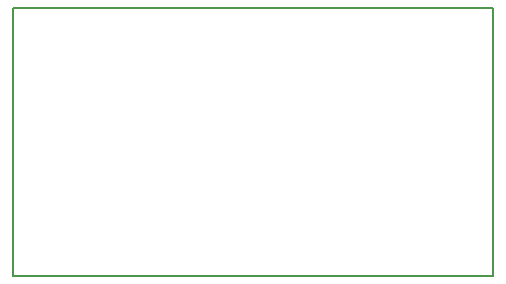
<source format=gbo>
G04 MADE WITH FRITZING*
G04 WWW.FRITZING.ORG*
G04 DOUBLE SIDED*
G04 HOLES PLATED*
G04 CONTOUR ON CENTER OF CONTOUR VECTOR*
%ASAXBY*%
%FSLAX23Y23*%
%MOIN*%
%OFA0B0*%
%SFA1.0B1.0*%
%ADD10R,1.606510X0.903130X1.590510X0.887130*%
%ADD11C,0.008000*%
%LNSILK0*%
G90*
G70*
G54D11*
X4Y899D02*
X1603Y899D01*
X1603Y4D01*
X4Y4D01*
X4Y899D01*
D02*
G04 End of Silk0*
M02*
</source>
